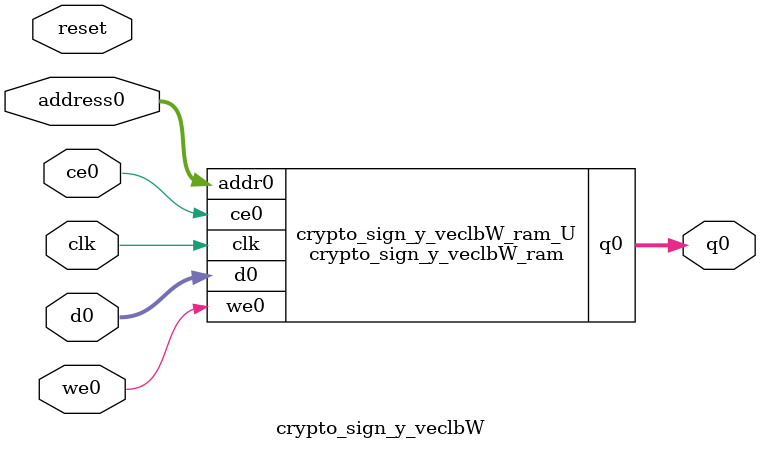
<source format=v>

`timescale 1 ns / 1 ps
module crypto_sign_y_veclbW_ram (addr0, ce0, d0, we0, q0,  clk);

parameter DWIDTH = 24;
parameter AWIDTH = 10;
parameter MEM_SIZE = 1024;

input[AWIDTH-1:0] addr0;
input ce0;
input[DWIDTH-1:0] d0;
input we0;
output reg[DWIDTH-1:0] q0;
input clk;

(* ram_style = "block" *)reg [DWIDTH-1:0] ram[0:MEM_SIZE-1];




always @(posedge clk)  
begin 
    if (ce0) 
    begin
        if (we0) 
        begin 
            ram[addr0] <= d0; 
            q0 <= d0;
        end 
        else 
            q0 <= ram[addr0];
    end
end


endmodule


`timescale 1 ns / 1 ps
module crypto_sign_y_veclbW(
    reset,
    clk,
    address0,
    ce0,
    we0,
    d0,
    q0);

parameter DataWidth = 32'd24;
parameter AddressRange = 32'd1024;
parameter AddressWidth = 32'd10;
input reset;
input clk;
input[AddressWidth - 1:0] address0;
input ce0;
input we0;
input[DataWidth - 1:0] d0;
output[DataWidth - 1:0] q0;



crypto_sign_y_veclbW_ram crypto_sign_y_veclbW_ram_U(
    .clk( clk ),
    .addr0( address0 ),
    .ce0( ce0 ),
    .we0( we0 ),
    .d0( d0 ),
    .q0( q0 ));

endmodule


</source>
